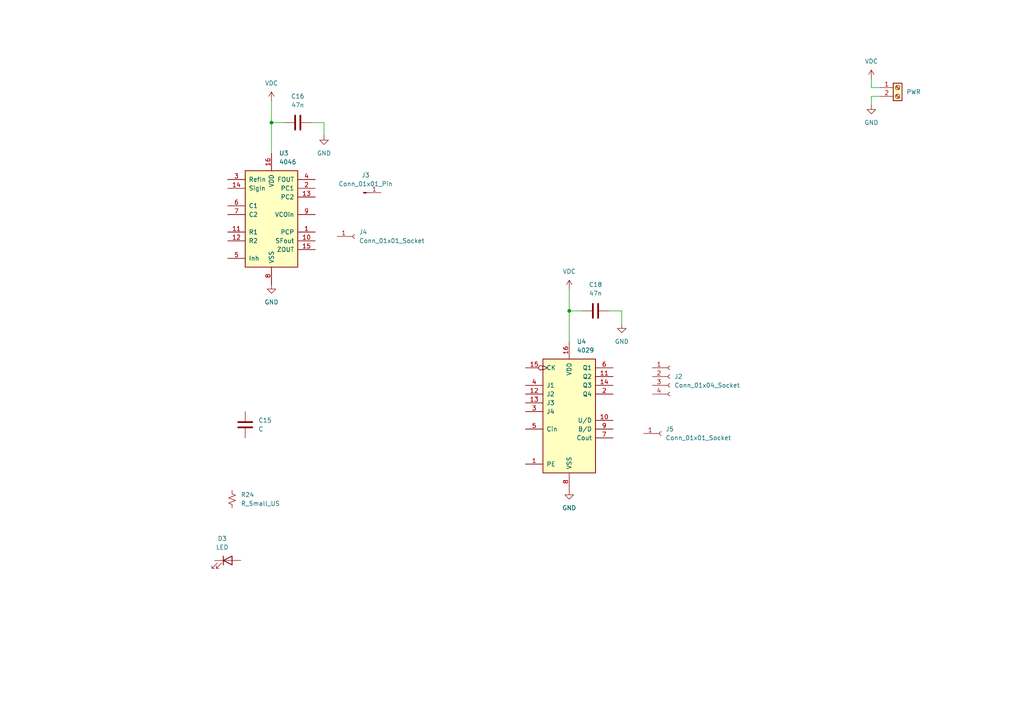
<source format=kicad_sch>
(kicad_sch (version 20231120) (generator "eeschema") (generator_version "8.0")
  (paper "A4")
  (title_block (title "Experimentos práticos") (date "2024-07-06") (rev "1") (company "Arthur Melo / UFPE") (comment 1 "Experimentos da disciplina eletrônica 3"))
  (lib_symbols
    (symbol "4xxx:4029" (pin_names (offset 1.016))
      (property "Reference" "U" (at -7.62 16.51 0))
      (property "Value" "4029" (at -7.62 -19.05 0))
      (symbol "4029_1_0"
        (pin input line (at -12.7 -15.24 0) (length 5.08) (name "PE") (number "1"))
        (pin input line (at 12.7 -2.54 180) (length 5.08) (name "U/D") (number "10"))
        (pin output line (at 12.7 10.16 180) (length 5.08) (name "Q2") (number "11"))
        (pin input line (at -12.7 5.08 0) (length 5.08) (name "J2") (number "12"))
        (pin input line (at -12.7 2.54 0) (length 5.08) (name "J3") (number "13"))
        (pin output line (at 12.7 7.62 180) (length 5.08) (name "Q3") (number "14"))
        (pin input inverted_clock (at -12.7 12.7 0) (length 5.08) (name "CK") (number "15"))
        (pin power_in line (at 0 20.32 270) (length 5.08) (name "VDD") (number "16"))
        (pin output line (at 12.7 5.08 180) (length 5.08) (name "Q4") (number "2"))
        (pin input line (at -12.7 0 0) (length 5.08) (name "J4") (number "3"))
        (pin input line (at -12.7 7.62 0) (length 5.08) (name "J1") (number "4"))
        (pin input line (at -12.7 -5.08 0) (length 5.08) (name "Cin") (number "5"))
        (pin output line (at 12.7 12.7 180) (length 5.08) (name "Q1") (number "6"))
        (pin output line (at 12.7 -7.62 180) (length 5.08) (name "Cout") (number "7"))
        (pin power_in line (at 0 -22.86 90) (length 5.08) (name "VSS") (number "8"))
        (pin input line (at 12.7 -5.08 180) (length 5.08) (name "B/D") (number "9"))
      )
      (symbol "4029_1_1"
        (rectangle (start -7.62 15.24) (end 7.62 -17.78) (stroke (width 0.254)) (fill (type background)))
      )
    )
    (symbol "4xxx:4046" (pin_names (offset 1.016))
      (property "Reference" "U" (at -7.62 13.97 0))
      (property "Value" "4046" (at -7.62 -16.51 0))
      (symbol "4046_1_0"
        (pin output line (at 12.7 -5.08 180) (length 5.08) (name "PCP") (number "1"))
        (pin output line (at 12.7 -7.62 180) (length 5.08) (name "SFout") (number "10"))
        (pin input line (at -12.7 -5.08 0) (length 5.08) (name "R1") (number "11"))
        (pin input line (at -12.7 -7.62 0) (length 5.08) (name "R2") (number "12"))
        (pin tri_state line (at 12.7 5.08 180) (length 5.08) (name "PC2") (number "13"))
        (pin input line (at -12.7 7.62 0) (length 5.08) (name "SigIn") (number "14"))
        (pin output line (at 12.7 -10.16 180) (length 5.08) (name "ZOUT") (number "15"))
        (pin power_in line (at 0 17.78 270) (length 5.08) (name "VDD") (number "16"))
        (pin output line (at 12.7 7.62 180) (length 5.08) (name "PC1") (number "2"))
        (pin input line (at -12.7 10.16 0) (length 5.08) (name "RefIn") (number "3"))
        (pin output line (at 12.7 10.16 180) (length 5.08) (name "FOUT") (number "4"))
        (pin input line (at -12.7 -12.7 0) (length 5.08) (name "Inh") (number "5"))
        (pin input line (at -12.7 2.54 0) (length 5.08) (name "C1") (number "6"))
        (pin input line (at -12.7 0 0) (length 5.08) (name "C2") (number "7"))
        (pin power_in line (at 0 -20.32 90) (length 5.08) (name "VSS") (number "8"))
        (pin input line (at 12.7 0 180) (length 5.08) (name "VCOin") (number "9"))
      )
      (symbol "4046_1_1"
        (rectangle (start -7.62 12.7) (end 7.62 -15.24) (stroke (width 0.254)) (fill (type background)))
      )
    )
    (symbol "Connector:Conn_01x01_Pin" (pin_names (offset 1.016) hide)
      (property "Reference" "J" (at 0 2.54 0))
      (property "Value" "Conn_01x01_Pin" (at 0 -2.54 0))
      (symbol "Conn_01x01_Pin_1_1"
        (polyline (pts (xy 1.27 0) (xy 0.8636 0)) (stroke (width 0.1524)))
        (rectangle (start 0.8636 0.127) (end 0 -0.127) (stroke (width 0.1524)) (fill (type outline)))
        (pin passive line (at 5.08 0 180) (length 3.81) (name "Pin_1") (number "1"))
      )
    )
    (symbol "Connector:Conn_01x01_Socket" (pin_names (offset 1.016) hide)
      (property "Reference" "J" (at 0 2.54 0))
      (property "Value" "Conn_01x01_Socket" (at 0 -2.54 0))
      (symbol "Conn_01x01_Socket_1_1"
        (polyline (pts (xy -1.27 0) (xy -0.508 0)) (stroke (width 0.1524)))
        (arc (start 0 0.508) (mid -0.5058 0) (end 0 -0.508) (stroke (width 0.1524)))
        (pin passive line (at -5.08 0 0) (length 3.81) (name "Pin_1") (number "1"))
      )
    )
    (symbol "Connector:Conn_01x04_Socket" (pin_names (offset 1.016) hide)
      (property "Reference" "J" (at 0 5.08 0))
      (property "Value" "Conn_01x04_Socket" (at 0 -7.62 0))
      (symbol "Conn_01x04_Socket_1_1"
        (arc (start 0 -4.572) (mid -0.5058 -5.08) (end 0 -5.588) (stroke (width 0.1524)))
        (arc (start 0 -2.032) (mid -0.5058 -2.54) (end 0 -3.048) (stroke (width 0.1524)))
        (polyline (pts (xy -1.27 -5.08) (xy -0.508 -5.08)) (stroke (width 0.1524)))
        (polyline (pts (xy -1.27 -2.54) (xy -0.508 -2.54)) (stroke (width 0.1524)))
        (polyline (pts (xy -1.27 0) (xy -0.508 0)) (stroke (width 0.1524)))
        (polyline (pts (xy -1.27 2.54) (xy -0.508 2.54)) (stroke (width 0.1524)))
        (arc (start 0 0.508) (mid -0.5058 0) (end 0 -0.508) (stroke (width 0.1524)))
        (arc (start 0 3.048) (mid -0.5058 2.54) (end 0 2.032) (stroke (width 0.1524)))
        (pin passive line (at -5.08 2.54 0) (length 3.81) (name "Pin_1") (number "1"))
        (pin passive line (at -5.08 0 0) (length 3.81) (name "Pin_2") (number "2"))
        (pin passive line (at -5.08 -2.54 0) (length 3.81) (name "Pin_3") (number "3"))
        (pin passive line (at -5.08 -5.08 0) (length 3.81) (name "Pin_4") (number "4"))
      )
    )
    (symbol "Connector:Screw_Terminal_01x02" (pin_names (offset 1.016) hide)
      (property "Reference" "J" (at 0 2.54 0))
      (property "Value" "Screw_Terminal_01x02" (at 0 -5.08 0))
      (symbol "Screw_Terminal_01x02_1_1"
        (rectangle (start -1.27 1.27) (end 1.27 -3.81) (stroke (width 0.254)) (fill (type background)))
        (circle (center 0 -2.54) (radius 0.635) (stroke (width 0.1524)))
        (polyline (pts (xy -0.5334 -2.2098) (xy 0.3302 -3.048)) (stroke (width 0.1524)))
        (polyline (pts (xy -0.5334 0.3302) (xy 0.3302 -0.508)) (stroke (width 0.1524)))
        (polyline (pts (xy -0.3556 -2.032) (xy 0.508 -2.8702)) (stroke (width 0.1524)))
        (polyline (pts (xy -0.3556 0.508) (xy 0.508 -0.3302)) (stroke (width 0.1524)))
        (circle (center 0 0) (radius 0.635) (stroke (width 0.1524)))
        (pin passive line (at -5.08 0 0) (length 3.81) (name "Pin_1") (number "1"))
        (pin passive line (at -5.08 -2.54 0) (length 3.81) (name "Pin_2") (number "2"))
      )
    )
    (symbol "Device:C" (pin_numbers hide) (pin_names (offset 0.254))
      (property "Reference" "C" (at 0.635 2.54 0))
      (property "Value" "C" (at 0.635 -2.54 0))
      (symbol "C_0_1"
        (polyline (pts (xy -2.032 -0.762) (xy 2.032 -0.762)) (stroke (width 0.508)))
        (polyline (pts (xy -2.032 0.762) (xy 2.032 0.762)) (stroke (width 0.508)))
      )
      (symbol "C_1_1"
        (pin passive line (at 0 3.81 270) (length 2.794) (name "~") (number "1"))
        (pin passive line (at 0 -3.81 90) (length 2.794) (name "~") (number "2"))
      )
    )
    (symbol "Device:LED" (pin_numbers hide) (pin_names (offset 1.016) hide)
      (property "Reference" "D" (at 0 2.54 0))
      (property "Value" "LED" (at 0 -2.54 0))
      (symbol "LED_0_1"
        (polyline (pts (xy -1.27 -1.27) (xy -1.27 1.27)) (stroke (width 0.254)))
        (polyline (pts (xy -1.27 0) (xy 1.27 0)))
        (polyline (pts (xy 1.27 -1.27) (xy 1.27 1.27) (xy -1.27 0) (xy 1.27 -1.27)) (stroke (width 0.254)))
        (polyline (pts (xy -3.048 -0.762) (xy -4.572 -2.286) (xy -3.81 -2.286) (xy -4.572 -2.286) (xy -4.572 -1.524)))
        (polyline (pts (xy -1.778 -0.762) (xy -3.302 -2.286) (xy -2.54 -2.286) (xy -3.302 -2.286) (xy -3.302 -1.524)))
      )
      (symbol "LED_1_1"
        (pin passive line (at -3.81 0 0) (length 2.54) (name "K") (number "1"))
        (pin passive line (at 3.81 0 180) (length 2.54) (name "A") (number "2"))
      )
    )
    (symbol "Device:R_Small_US" (pin_numbers hide) (pin_names (offset 0.254) hide)
      (property "Reference" "R" (at 0.762 0.508 0))
      (property "Value" "R_Small_US" (at 0.762 -1.016 0))
      (symbol "R_Small_US_1_1"
        (polyline (pts (xy 0 0) (xy 1.016 -0.381) (xy 0 -0.762) (xy -1.016 -1.143) (xy 0 -1.524)))
        (polyline (pts (xy 0 1.524) (xy 1.016 1.143) (xy 0 0.762) (xy -1.016 0.381) (xy 0 0)))
        (pin passive line (at 0 2.54 270) (length 1.016) (name "~") (number "1"))
        (pin passive line (at 0 -2.54 90) (length 1.016) (name "~") (number "2"))
      )
    )
    (symbol "power:GND" (power) (pin_numbers hide) (pin_names (offset 0) hide)
      (property "Value" "GND" (at 0 -3.81 0))
      (symbol "GND_0_1"
        (polyline (pts (xy 0 0) (xy 0 -1.27) (xy 1.27 -1.27) (xy 0 -2.54) (xy -1.27 -1.27) (xy 0 -1.27)))
      )
      (symbol "GND_1_1"
        (pin power_in line (at 0 0 270) (length 0) (name "~") (number "1"))
      )
    )
    (symbol "power:VDC" (power) (pin_numbers hide) (pin_names (offset 0) hide)
      (property "Value" "VDC" (at 0 3.556 0))
      (symbol "VDC_0_1"
        (polyline (pts (xy -0.762 1.27) (xy 0 2.54)))
        (polyline (pts (xy 0 0) (xy 0 2.54)))
        (polyline (pts (xy 0 2.54) (xy 0.762 1.27)))
      )
      (symbol "VDC_1_1"
        (pin power_in line (at 0 0 90) (length 0) (name "~") (number "1"))
      )
    )
  )
  (junction (at 78.74 35.56))
  (junction (at 165.1 90.17))
  (wire (pts (xy 90.17 35.56) (xy 93.98 35.56)))
  (wire (pts (xy 165.1 90.17) (xy 165.1 99.06)))
  (wire (pts (xy 93.98 35.56) (xy 93.98 39.37)))
  (wire (pts (xy 252.73 27.94) (xy 252.73 30.48)))
  (wire (pts (xy 180.34 90.17) (xy 180.34 93.98)))
  (wire (pts (xy 165.1 83.82) (xy 165.1 90.17)))
  (wire (pts (xy 255.27 25.4) (xy 252.73 25.4)))
  (wire (pts (xy 255.27 27.94) (xy 252.73 27.94)))
  (wire (pts (xy 165.1 90.17) (xy 168.91 90.17)))
  (wire (pts (xy 78.74 29.21) (xy 78.74 35.56)))
  (wire (pts (xy 252.73 25.4) (xy 252.73 22.86)))
  (wire (pts (xy 78.74 35.56) (xy 78.74 44.45)))
  (wire (pts (xy 78.74 35.56) (xy 82.55 35.56)))
  (wire (pts (xy 176.53 90.17) (xy 180.34 90.17)))
  (symbol (lib_id "4xxx:4046") (at 78.74 62.23 0) (unit 1)
    (property "Reference" "U3" (at 80.9341 44.45 0) (effects (justify left)))
    (property "Value" "4046" (at 80.9341 46.99 0) (effects (justify left)))
    (property "Footprint" "Package_DIP:DIP-16_W7.62mm_LongPads" (effects (hide yes)))
    (property "Datasheet" "https://assets.nexperia.com/documents/data-sheet/HEF4046B.pdf" (effects (hide yes)))
    (property "Description" "Phase Comp & VCO" (effects (hide yes)))
  )
  (symbol (lib_id "power:GND") (at 252.73 30.48 0) (unit 1)
    (property "Reference" "#PWR024" (effects (hide yes)))
    (property "Value" "GND" (at 252.73 35.56 0))
    (property "Description" "Power symbol creates a global label with name \"GND\" , ground" (effects (hide yes)))
  )
  (symbol (lib_id "power:VDC") (at 78.74 29.21 0) (unit 1)
    (property "Reference" "#PWR027" (effects (hide yes)))
    (property "Value" "VDC" (at 78.74 24.13 0))
    (property "Description" "Power symbol creates a global label with name \"VDC\"" (effects (hide yes)))
  )
  (symbol (lib_id "Device:C") (at 86.36 35.56 90) (unit 1)
    (property "Reference" "C16" (at 86.36 27.94 90))
    (property "Value" "47n" (at 86.36 30.48 90))
    (property "Footprint" "Capacitor_THT:C_Disc_D3.4mm_W2.1mm_P2.50mm" (effects (hide yes)))
    (property "Description" "Unpolarized capacitor" (effects (hide yes)))
  )
  (symbol (lib_id "Device:LED") (at 66.04 162.56 0) (unit 1)
    (property "Reference" "D3" (at 64.4525 156.21 0))
    (property "Value" "LED" (at 64.4525 158.75 0))
    (property "Description" "Light emitting diode" (effects (hide yes)))
  )
  (symbol (lib_id "power:GND") (at 165.1 142.24 0) (unit 1)
    (property "Reference" "#PWR031" (effects (hide yes)))
    (property "Value" "GND" (at 165.1 147.32 0))
    (property "Description" "Power symbol creates a global label with name \"GND\" , ground" (effects (hide yes)))
  )
  (symbol (lib_id "Connector:Conn_01x01_Socket") (at 191.77 125.73 0) (unit 1)
    (property "Reference" "J5" (at 193.04 124.4599 0) (effects (justify left)))
    (property "Value" "Conn_01x01_Socket" (at 193.04 126.9999 0) (effects (justify left)))
    (property "Footprint" "Connector_PinSocket_2.54mm:PinSocket_1x01_P2.54mm_Vertical" (effects (hide yes)))
    (property "Description" "Generic connector, single row, 01x01, script generated" (effects (hide yes)))
  )
  (symbol (lib_id "power:VDC") (at 165.1 83.82 0) (unit 1)
    (property "Reference" "#PWR029" (effects (hide yes)))
    (property "Value" "VDC" (at 165.1 78.74 0))
    (property "Description" "Power symbol creates a global label with name \"VDC\"" (effects (hide yes)))
  )
  (symbol (lib_id "Connector:Conn_01x01_Pin") (at 105.41 55.88 0) (unit 1)
    (property "Reference" "J3" (at 106.045 50.8 0))
    (property "Value" "Conn_01x01_Pin" (at 106.045 53.34 0))
    (property "Footprint" "Connector_PinHeader_2.54mm:PinHeader_1x01_P2.54mm_Vertical" (effects (hide yes)))
    (property "Description" "Generic connector, single row, 01x01, script generated" (effects (hide yes)))
  )
  (symbol (lib_id "power:VDC") (at 252.73 22.86 0) (unit 1)
    (property "Reference" "#PWR025" (effects (hide yes)))
    (property "Value" "VDC" (at 252.73 17.78 0))
    (property "Description" "Power symbol creates a global label with name \"VDC\"" (effects (hide yes)))
  )
  (symbol (lib_id "power:GND") (at 78.74 82.55 0) (unit 1)
    (property "Reference" "#PWR028" (effects (hide yes)))
    (property "Value" "GND" (at 78.74 87.63 0))
    (property "Description" "Power symbol creates a global label with name \"GND\" , ground" (effects (hide yes)))
  )
  (symbol (lib_id "Connector:Conn_01x04_Socket") (at 194.31 109.22 0) (unit 1)
    (property "Reference" "J2" (at 195.58 109.2199 0) (effects (justify left)))
    (property "Value" "Conn_01x04_Socket" (at 195.58 111.7599 0) (effects (justify left)))
    (property "Footprint" "Connector_PinSocket_2.54mm:PinSocket_1x04_P2.54mm_Vertical" (effects (hide yes)))
    (property "Description" "Generic connector, single row, 01x04, script generated" (effects (hide yes)))
  )
  (symbol (lib_id "Device:R_Small_US") (at 67.31 144.78 0) (unit 1)
    (property "Reference" "R24" (at 69.85 143.5099 0) (effects (justify left)))
    (property "Value" "R_Small_US" (at 69.85 146.0499 0) (effects (justify left)))
    (property "Description" "Resistor, small US symbol" (effects (hide yes)))
  )
  (symbol (lib_id "power:GND") (at 180.34 93.98 0) (unit 1)
    (property "Reference" "#PWR030" (effects (hide yes)))
    (property "Value" "GND" (at 180.34 99.06 0))
    (property "Description" "Power symbol creates a global label with name \"GND\" , ground" (effects (hide yes)))
  )
  (symbol (lib_id "Connector:Conn_01x01_Socket") (at 102.87 68.58 0) (unit 1)
    (property "Reference" "J4" (at 104.14 67.3099 0) (effects (justify left)))
    (property "Value" "Conn_01x01_Socket" (at 104.14 69.8499 0) (effects (justify left)))
    (property "Footprint" "Connector_PinSocket_2.54mm:PinSocket_1x01_P2.54mm_Vertical" (effects (hide yes)))
    (property "Description" "Generic connector, single row, 01x01, script generated" (effects (hide yes)))
  )
  (symbol (lib_id "Connector:Screw_Terminal_01x02") (at 260.35 25.4 0) (unit 1)
    (property "Reference" "PWR" (at 262.89 26.6699 0) (effects (justify left)))
    (property "Value" "Screw_Terminal_01x02" (effects (hide yes)))
    (property "Footprint" "TerminalBlock_Phoenix:TerminalBlock_Phoenix_MKDS-1,5-2-5.08_1x02_P5.08mm_Horizontal" (effects (hide yes)))
    (property "Description" "Generic screw terminal, single row, 01x02, script generated (kicad-library-utils/schlib/autogen/connector/)" (effects (hide yes)))
  )
  (symbol (lib_id "power:GND") (at 93.98 39.37 0) (unit 1)
    (property "Reference" "#PWR026" (effects (hide yes)))
    (property "Value" "GND" (at 93.98 44.45 0))
    (property "Description" "Power symbol creates a global label with name \"GND\" , ground" (effects (hide yes)))
  )
  (symbol (lib_id "Device:C") (at 172.72 90.17 90) (unit 1)
    (property "Reference" "C18" (at 172.72 82.55 90))
    (property "Value" "47n" (at 172.72 85.09 90))
    (property "Footprint" "Capacitor_THT:C_Disc_D3.4mm_W2.1mm_P2.50mm" (effects (hide yes)))
    (property "Description" "Unpolarized capacitor" (effects (hide yes)))
  )
  (symbol (lib_id "Device:C") (at 71.12 123.19 0) (unit 1)
    (property "Reference" "C15" (at 74.93 121.9199 0) (effects (justify left)))
    (property "Value" "C" (at 74.93 124.4599 0) (effects (justify left)))
    (property "Footprint" "TestPoint:TestPoint_2Pads_Pitch5.08mm_Drill1.3mm" (effects (hide yes)))
    (property "Description" "Unpolarized capacitor" (effects (hide yes)))
  )
  (symbol (lib_id "4xxx:4029") (at 165.1 119.38 0) (unit 1)
    (property "Reference" "U4" (at 167.2941 99.06 0) (effects (justify left)))
    (property "Value" "4029" (at 167.2941 101.6 0) (effects (justify left)))
    (property "Footprint" "Package_DIP:DIP-16_W7.62mm_LongPads" (effects (hide yes)))
    (property "Datasheet" "http://www.intersil.com/content/dam/Intersil/documents/cd40/cd4029bms.pdf" (effects (hide yes)))
    (property "Description" "Up/Down Counter" (effects (hide yes)))
  )
)
</source>
